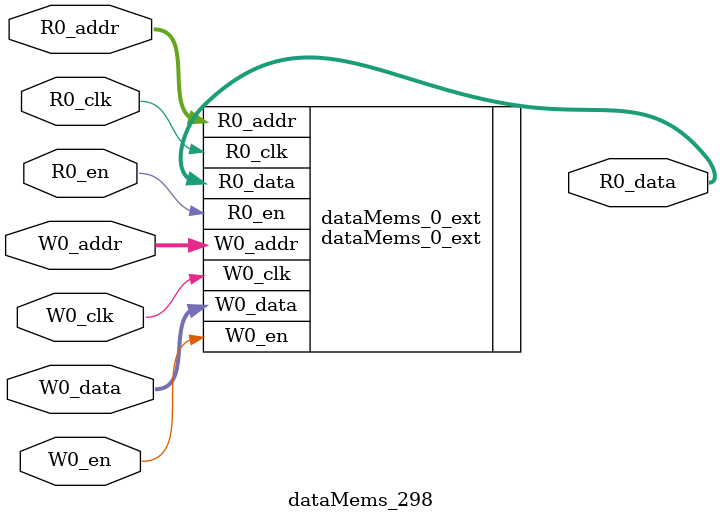
<source format=sv>
`ifndef RANDOMIZE
  `ifdef RANDOMIZE_REG_INIT
    `define RANDOMIZE
  `endif // RANDOMIZE_REG_INIT
`endif // not def RANDOMIZE
`ifndef RANDOMIZE
  `ifdef RANDOMIZE_MEM_INIT
    `define RANDOMIZE
  `endif // RANDOMIZE_MEM_INIT
`endif // not def RANDOMIZE

`ifndef RANDOM
  `define RANDOM $random
`endif // not def RANDOM

// Users can define 'PRINTF_COND' to add an extra gate to prints.
`ifndef PRINTF_COND_
  `ifdef PRINTF_COND
    `define PRINTF_COND_ (`PRINTF_COND)
  `else  // PRINTF_COND
    `define PRINTF_COND_ 1
  `endif // PRINTF_COND
`endif // not def PRINTF_COND_

// Users can define 'ASSERT_VERBOSE_COND' to add an extra gate to assert error printing.
`ifndef ASSERT_VERBOSE_COND_
  `ifdef ASSERT_VERBOSE_COND
    `define ASSERT_VERBOSE_COND_ (`ASSERT_VERBOSE_COND)
  `else  // ASSERT_VERBOSE_COND
    `define ASSERT_VERBOSE_COND_ 1
  `endif // ASSERT_VERBOSE_COND
`endif // not def ASSERT_VERBOSE_COND_

// Users can define 'STOP_COND' to add an extra gate to stop conditions.
`ifndef STOP_COND_
  `ifdef STOP_COND
    `define STOP_COND_ (`STOP_COND)
  `else  // STOP_COND
    `define STOP_COND_ 1
  `endif // STOP_COND
`endif // not def STOP_COND_

// Users can define INIT_RANDOM as general code that gets injected into the
// initializer block for modules with registers.
`ifndef INIT_RANDOM
  `define INIT_RANDOM
`endif // not def INIT_RANDOM

// If using random initialization, you can also define RANDOMIZE_DELAY to
// customize the delay used, otherwise 0.002 is used.
`ifndef RANDOMIZE_DELAY
  `define RANDOMIZE_DELAY 0.002
`endif // not def RANDOMIZE_DELAY

// Define INIT_RANDOM_PROLOG_ for use in our modules below.
`ifndef INIT_RANDOM_PROLOG_
  `ifdef RANDOMIZE
    `ifdef VERILATOR
      `define INIT_RANDOM_PROLOG_ `INIT_RANDOM
    `else  // VERILATOR
      `define INIT_RANDOM_PROLOG_ `INIT_RANDOM #`RANDOMIZE_DELAY begin end
    `endif // VERILATOR
  `else  // RANDOMIZE
    `define INIT_RANDOM_PROLOG_
  `endif // RANDOMIZE
`endif // not def INIT_RANDOM_PROLOG_

// Include register initializers in init blocks unless synthesis is set
`ifndef SYNTHESIS
  `ifndef ENABLE_INITIAL_REG_
    `define ENABLE_INITIAL_REG_
  `endif // not def ENABLE_INITIAL_REG_
`endif // not def SYNTHESIS

// Include rmemory initializers in init blocks unless synthesis is set
`ifndef SYNTHESIS
  `ifndef ENABLE_INITIAL_MEM_
    `define ENABLE_INITIAL_MEM_
  `endif // not def ENABLE_INITIAL_MEM_
`endif // not def SYNTHESIS

module dataMems_298(	// @[generators/ara/src/main/scala/UnsafeAXI4ToTL.scala:365:62]
  input  [4:0]  R0_addr,
  input         R0_en,
  input         R0_clk,
  output [66:0] R0_data,
  input  [4:0]  W0_addr,
  input         W0_en,
  input         W0_clk,
  input  [66:0] W0_data
);

  dataMems_0_ext dataMems_0_ext (	// @[generators/ara/src/main/scala/UnsafeAXI4ToTL.scala:365:62]
    .R0_addr (R0_addr),
    .R0_en   (R0_en),
    .R0_clk  (R0_clk),
    .R0_data (R0_data),
    .W0_addr (W0_addr),
    .W0_en   (W0_en),
    .W0_clk  (W0_clk),
    .W0_data (W0_data)
  );
endmodule


</source>
